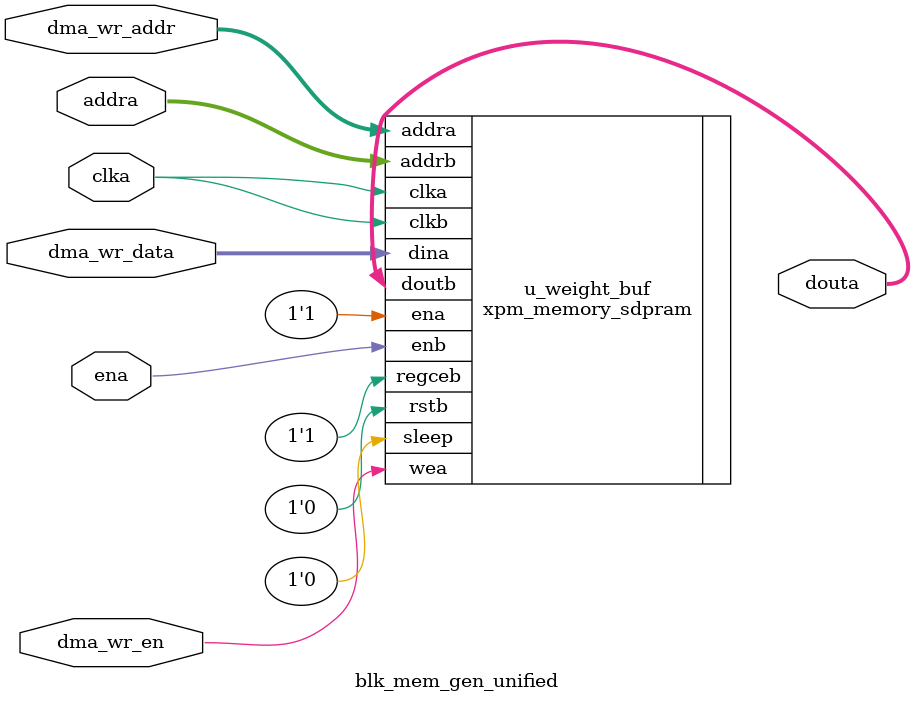
<source format=v>
`timescale 1ns / 1ps
module blk_mem_gen_unified #(
    parameter integer BUF_ADDR_W = 16,
    parameter integer WIDTH  = 128,
    parameter integer DEPTH  = 65536
)(
    input  wire                   clka,
    input  wire                   ena,
    input  wire [BUF_ADDR_W-1:0]  addra,
    output wire [WIDTH-1:0]       douta,

    input  wire                   dma_wr_en,
    input  wire [BUF_ADDR_W-1:0]  dma_wr_addr,
    input  wire [WIDTH-1:0]       dma_wr_data
);

    xpm_memory_sdpram #(
        .ADDR_WIDTH_A        (BUF_ADDR_W),
        .ADDR_WIDTH_B        (BUF_ADDR_W),
        .WRITE_DATA_WIDTH_A  (WIDTH),
        .READ_DATA_WIDTH_B   (WIDTH),
        .BYTE_WRITE_WIDTH_A  (WIDTH),   

        .MEMORY_SIZE         (WIDTH * DEPTH),
        .MEMORY_PRIMITIVE    ("ultra"),
        .READ_LATENCY_B      (2),
        .WRITE_MODE_B        ("read_first"),
        .USE_MEM_INIT        (0),
        .ECC_MODE            ("no_ecc")
    ) u_weight_buf (
        .clka   (clka),
        .ena    (1'b1),
        .wea    (dma_wr_en),
        .addra  (dma_wr_addr),
        .dina   (dma_wr_data),

        .clkb   (clka),
        .enb    (ena),
        .addrb  (addra),
        .doutb  (douta),

        .rstb   (1'b0),
        .regceb (1'b1),
        .sleep  (1'b0)  
    );

endmodule
</source>
